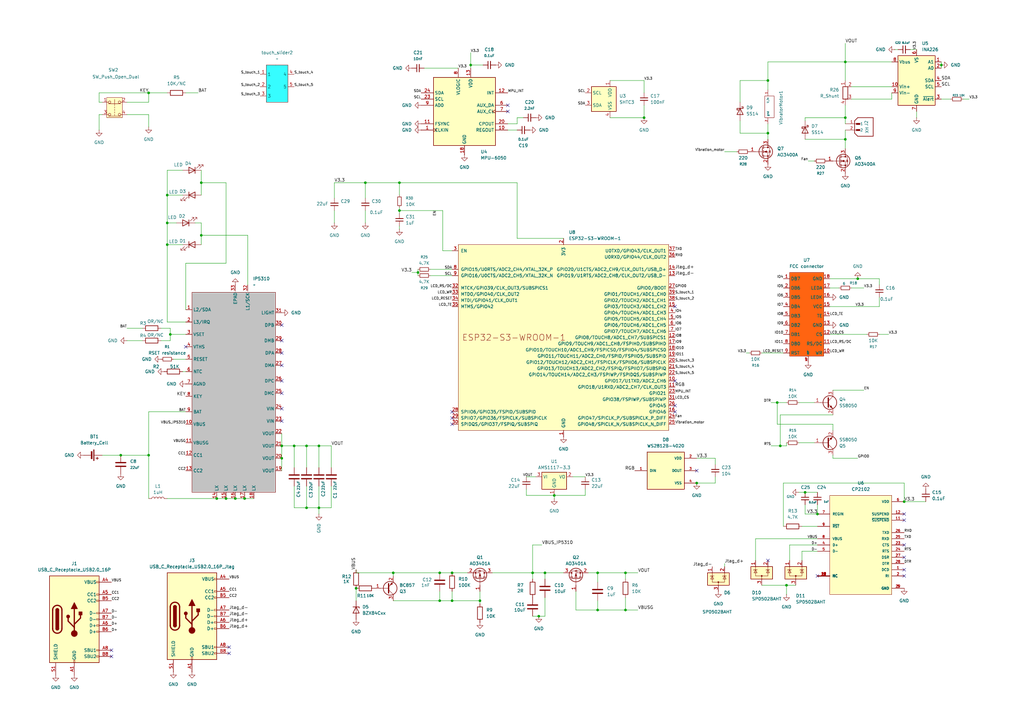
<source format=kicad_sch>
(kicad_sch (version 20250114) (generator "eeschema") (generator_version "9.0")
  (paper "A3")
  (junction (at 335.28 210.82))
  (junction (at 245.11 234.95))
  (junction (at 245.11 250.19))
  (junction (at 346.71 25.4))
  (junction (at 220.98 252.73))
  (junction (at 130.81 208.28))
  (junction (at 314.96 33.02))
  (junction (at 346.71 57.15))
  (junction (at 351.79 114.3))
  (junction (at 49.53 186.69))
  (junction (at 346.71 48.26))
  (junction (at 120.65 182.88))
  (junction (at 196.85 246.38))
  (junction (at 193.04 26.67))
  (junction (at 180.34 234.95))
  (junction (at 223.52 234.95))
  (junction (at 322.58 240.03))
  (junction (at 149.86 74.93))
  (junction (at 171.45 111.76))
  (junction (at 330.2 201.93))
  (junction (at 185.42 246.38))
  (junction (at 115.57 187.96))
  (junction (at 125.73 208.28))
  (junction (at 125.73 182.88))
  (junction (at 320.04 182.88))
  (junction (at 60.96 186.69))
  (junction (at 115.57 182.88))
  (junction (at 180.34 246.38))
  (junction (at 88.9 204.47))
  (junction (at 82.55 96.52))
  (junction (at 185.42 234.95))
  (junction (at 163.83 86.36))
  (junction (at 218.44 234.95))
  (junction (at 370.84 205.74))
  (junction (at 256.54 250.19))
  (junction (at 69.85 137.16))
  (junction (at 163.83 74.93))
  (junction (at 227.33 203.2))
  (junction (at 96.52 204.47))
  (junction (at 386.08 26.67))
  (junction (at 68.58 91.44))
  (junction (at 100.33 204.47))
  (junction (at 264.16 48.26))
  (junction (at 161.29 234.95))
  (junction (at 68.58 80.01))
  (junction (at 130.81 182.88))
  (junction (at 318.77 165.1))
  (junction (at 146.05 241.3))
  (junction (at 68.58 100.33))
  (junction (at 314.96 54.61))
  (junction (at 92.71 204.47))
  (junction (at 285.75 198.12))
  (junction (at 256.54 234.95))
  (junction (at 82.55 74.93))
  (junction (at 60.96 38.1))
  (no_connect (at 115.57 167.64))
  (no_connect (at 45.72 266.7))
  (no_connect (at 115.57 139.7))
  (no_connect (at 314.96 229.87))
  (no_connect (at 185.42 168.91))
  (no_connect (at 276.86 125.73))
  (no_connect (at 115.57 172.72))
  (no_connect (at 76.2 142.24))
  (no_connect (at 115.57 161.29))
  (no_connect (at 370.84 233.68))
  (no_connect (at 276.86 166.37))
  (no_connect (at 335.28 236.22))
  (no_connect (at 115.57 144.78))
  (no_connect (at 45.72 269.24))
  (no_connect (at 93.98 267.97))
  (no_connect (at 370.84 228.6))
  (no_connect (at 370.84 223.52))
  (no_connect (at 185.42 171.45))
  (no_connect (at 370.84 236.22))
  (no_connect (at 115.57 133.35))
  (no_connect (at 208.28 45.72))
  (no_connect (at 115.57 156.21))
  (no_connect (at 285.75 193.04))
  (no_connect (at 115.57 149.86))
  (no_connect (at 370.84 210.82))
  (no_connect (at 93.98 265.43))
  (no_connect (at 276.86 156.21))
  (no_connect (at 276.86 168.91))
  (no_connect (at 208.28 43.18))
  (no_connect (at 185.42 173.99))
  (no_connect (at 370.84 213.36))
  (wire (pts (xy 320.04 170.18) (xy 341.63 170.18)))
  (wire (pts (xy 163.83 85.09) (xy 163.83 86.36)))
  (wire (pts (xy 82.55 69.85) (xy 82.55 74.93)))
  (wire (pts (xy 349.25 40.64) (xy 365.76 40.64)))
  (wire (pts (xy 176.53 113.03) (xy 185.42 113.03)))
  (wire (pts (xy 323.85 223.52) (xy 335.28 223.52)))
  (wire (pts (xy 215.9 203.2) (xy 227.33 203.2)))
  (wire (pts (xy 115.57 182.88) (xy 115.57 187.96)))
  (wire (pts (xy 340.36 114.3) (xy 351.79 114.3)))
  (wire (pts (xy 309.88 220.98) (xy 335.28 220.98)))
  (wire (pts (xy 137.16 74.93) (xy 137.16 81.28)))
  (wire (pts (xy 240.03 203.2) (xy 227.33 203.2)))
  (wire (pts (xy 227.33 203.2) (xy 227.33 204.47)))
  (wire (pts (xy 222.25 223.52) (xy 218.44 223.52)))
  (wire (pts (xy 212.09 48.26) (xy 214.63 48.26)))
  (wire (pts (xy 76.2 127) (xy 76.2 107.95)))
  (wire (pts (xy 68.58 91.44) (xy 68.58 100.33)))
  (wire (pts (xy 208.28 50.8) (xy 212.09 50.8)))
  (wire (pts (xy 331.47 66.04) (xy 334.01 66.04)))
  (wire (pts (xy 386.08 40.64) (xy 389.89 40.64)))
  (wire (pts (xy 191.77 234.95) (xy 185.42 234.95)))
  (wire (pts (xy 322.58 240.03) (xy 322.58 243.84)))
  (wire (pts (xy 330.2 48.26) (xy 346.71 48.26)))
  (wire (pts (xy 201.93 234.95) (xy 218.44 234.95)))
  (wire (pts (xy 130.81 210.82) (xy 130.81 208.28)))
  (wire (pts (xy 149.86 86.36) (xy 149.86 91.44)))
  (wire (pts (xy 212.09 97.79) (xy 231.14 97.79)))
  (wire (pts (xy 92.71 107.95) (xy 92.71 74.93)))
  (wire (pts (xy 69.85 134.62) (xy 66.04 134.62)))
  (wire (pts (xy 223.52 234.95) (xy 231.14 234.95)))
  (wire (pts (xy 341.63 173.99) (xy 341.63 176.53)))
  (wire (pts (xy 135.89 191.77) (xy 135.89 182.88)))
  (wire (pts (xy 220.98 252.73) (xy 223.52 252.73)))
  (wire (pts (xy 161.29 246.38) (xy 180.34 246.38)))
  (wire (pts (xy 130.81 199.39) (xy 130.81 208.28)))
  (wire (pts (xy 328.93 226.06) (xy 335.28 226.06)))
  (wire (pts (xy 236.22 250.19) (xy 245.11 250.19)))
  (wire (pts (xy 40.64 46.99) (xy 41.91 46.99)))
  (wire (pts (xy 327.66 165.1) (xy 334.01 165.1)))
  (wire (pts (xy 285.75 187.96) (xy 293.37 187.96)))
  (wire (pts (xy 340.36 137.16) (xy 355.6 137.16)))
  (wire (pts (xy 40.64 41.91) (xy 41.91 41.91)))
  (wire (pts (xy 365.76 25.4) (xy 346.71 25.4)))
  (wire (pts (xy 323.85 223.52) (xy 323.85 229.87)))
  (wire (pts (xy 293.37 198.12) (xy 285.75 198.12)))
  (wire (pts (xy 386.08 25.4) (xy 386.08 26.67)))
  (wire (pts (xy 370.84 198.12) (xy 370.84 205.74)))
  (wire (pts (xy 76.2 107.95) (xy 92.71 107.95)))
  (wire (pts (xy 40.64 41.91) (xy 40.64 38.1)))
  (wire (pts (xy 320.04 182.88) (xy 322.58 182.88)))
  (wire (pts (xy 135.89 182.88) (xy 130.81 182.88)))
  (wire (pts (xy 74.93 152.4) (xy 76.2 152.4)))
  (wire (pts (xy 146.05 241.3) (xy 146.05 246.38)))
  (wire (pts (xy 60.96 204.47) (xy 60.96 186.69)))
  (wire (pts (xy 212.09 50.8) (xy 212.09 48.26)))
  (wire (pts (xy 163.83 86.36) (xy 163.83 87.63)))
  (wire (pts (xy 60.96 186.69) (xy 60.96 168.91)))
  (wire (pts (xy 181.61 86.36) (xy 181.61 102.87)))
  (wire (pts (xy 100.33 204.47) (xy 104.14 204.47)))
  (wire (pts (xy 130.81 182.88) (xy 125.73 182.88)))
  (wire (pts (xy 40.64 53.34) (xy 40.64 46.99)))
  (wire (pts (xy 303.53 33.02) (xy 314.96 33.02)))
  (wire (pts (xy 318.77 165.1) (xy 322.58 165.1)))
  (wire (pts (xy 82.55 96.52) (xy 101.6 96.52)))
  (wire (pts (xy 314.96 25.4) (xy 314.96 33.02)))
  (wire (pts (xy 256.54 234.95) (xy 256.54 237.49)))
  (wire (pts (xy 115.57 182.88) (xy 120.65 182.88)))
  (wire (pts (xy 68.58 69.85) (xy 74.93 69.85)))
  (wire (pts (xy 82.55 96.52) (xy 82.55 91.44)))
  (wire (pts (xy 180.34 242.57) (xy 180.34 246.38)))
  (wire (pts (xy 52.07 46.99) (xy 60.96 46.99)))
  (wire (pts (xy 351.79 114.3) (xy 360.68 114.3)))
  (wire (pts (xy 293.37 195.58) (xy 293.37 198.12)))
  (wire (pts (xy 68.58 100.33) (xy 68.58 132.08)))
  (wire (pts (xy 368.3 20.32) (xy 367.03 20.32)))
  (wire (pts (xy 234.95 195.58) (xy 240.03 195.58)))
  (wire (pts (xy 354.33 118.11) (xy 349.25 118.11)))
  (wire (pts (xy 314.96 50.8) (xy 314.96 54.61)))
  (wire (pts (xy 60.96 186.69) (xy 49.53 186.69)))
  (wire (pts (xy 223.52 234.95) (xy 223.52 237.49)))
  (wire (pts (xy 181.61 86.36) (xy 163.83 86.36)))
  (wire (pts (xy 215.9 195.58) (xy 219.71 195.58)))
  (wire (pts (xy 215.9 200.66) (xy 215.9 203.2)))
  (wire (pts (xy 88.9 204.47) (xy 92.71 204.47)))
  (wire (pts (xy 115.57 187.96) (xy 115.57 193.04)))
  (wire (pts (xy 327.66 181.61) (xy 334.01 181.61)))
  (wire (pts (xy 218.44 234.95) (xy 218.44 237.49)))
  (wire (pts (xy 193.04 26.67) (xy 193.04 27.94)))
  (wire (pts (xy 330.2 48.26) (xy 330.2 49.53)))
  (wire (pts (xy 168.91 111.76) (xy 171.45 111.76)))
  (wire (pts (xy 68.58 69.85) (xy 68.58 80.01)))
  (wire (pts (xy 303.53 49.53) (xy 303.53 54.61)))
  (wire (pts (xy 171.45 111.76) (xy 171.45 113.03)))
  (wire (pts (xy 245.11 234.95) (xy 256.54 234.95)))
  (wire (pts (xy 346.71 25.4) (xy 346.71 33.02)))
  (wire (pts (xy 250.19 48.26) (xy 264.16 48.26)))
  (wire (pts (xy 327.66 201.93) (xy 330.2 201.93)))
  (wire (pts (xy 92.71 204.47) (xy 96.52 204.47)))
  (wire (pts (xy 245.11 234.95) (xy 245.11 238.76)))
  (wire (pts (xy 330.2 201.93) (xy 335.28 201.93)))
  (wire (pts (xy 180.34 246.38) (xy 185.42 246.38)))
  (wire (pts (xy 297.18 62.23) (xy 302.26 62.23)))
  (wire (pts (xy 218.44 223.52) (xy 218.44 234.95)))
  (wire (pts (xy 370.84 205.74) (xy 379.73 205.74)))
  (wire (pts (xy 130.81 191.77) (xy 130.81 182.88)))
  (wire (pts (xy 185.42 246.38) (xy 196.85 246.38)))
  (wire (pts (xy 330.2 210.82) (xy 335.28 210.82)))
  (wire (pts (xy 171.45 110.49) (xy 171.45 111.76)))
  (wire (pts (xy 316.23 182.88) (xy 320.04 182.88)))
  (wire (pts (xy 245.11 250.19) (xy 245.11 246.38)))
  (wire (pts (xy 303.53 33.02) (xy 303.53 41.91)))
  (wire (pts (xy 360.68 114.3) (xy 360.68 116.84)))
  (wire (pts (xy 66.04 139.7) (xy 69.85 139.7)))
  (wire (pts (xy 364.49 137.16) (xy 360.68 137.16)))
  (wire (pts (xy 72.39 91.44) (xy 68.58 91.44)))
  (wire (pts (xy 341.63 173.99) (xy 318.77 173.99)))
  (wire (pts (xy 365.76 40.64) (xy 365.76 38.1)))
  (wire (pts (xy 312.42 240.03) (xy 322.58 240.03)))
  (wire (pts (xy 149.86 74.93) (xy 163.83 74.93)))
  (wire (pts (xy 240.03 200.66) (xy 240.03 203.2)))
  (wire (pts (xy 92.71 74.93) (xy 82.55 74.93)))
  (wire (pts (xy 58.42 139.7) (xy 52.07 139.7)))
  (wire (pts (xy 322.58 240.03) (xy 326.39 240.03)))
  (wire (pts (xy 52.07 134.62) (xy 58.42 134.62)))
  (wire (pts (xy 101.6 96.52) (xy 101.6 116.84)))
  (wire (pts (xy 346.71 57.15) (xy 346.71 60.96)))
  (wire (pts (xy 264.16 48.26) (xy 264.16 43.18)))
  (wire (pts (xy 76.2 132.08) (xy 68.58 132.08)))
  (wire (pts (xy 74.93 100.33) (xy 68.58 100.33)))
  (wire (pts (xy 322.58 182.88) (xy 322.58 181.61)))
  (wire (pts (xy 346.71 17.78) (xy 346.71 25.4)))
  (wire (pts (xy 68.58 80.01) (xy 68.58 91.44)))
  (wire (pts (xy 346.71 50.8) (xy 346.71 48.26)))
  (wire (pts (xy 161.29 234.95) (xy 146.05 234.95)))
  (wire (pts (xy 60.96 41.91) (xy 60.96 38.1)))
  (wire (pts (xy 330.2 57.15) (xy 346.71 57.15)))
  (wire (pts (xy 250.19 33.02) (xy 264.16 33.02)))
  (wire (pts (xy 375.92 48.26) (xy 375.92 45.72)))
  (wire (pts (xy 360.68 121.92) (xy 360.68 125.73)))
  (wire (pts (xy 135.89 208.28) (xy 130.81 208.28)))
  (wire (pts (xy 185.42 246.38) (xy 185.42 242.57)))
  (wire (pts (xy 349.25 35.56) (xy 365.76 35.56)))
  (wire (pts (xy 137.16 74.93) (xy 149.86 74.93)))
  (wire (pts (xy 137.16 86.36) (xy 137.16 91.44)))
  (wire (pts (xy 161.29 234.95) (xy 161.29 236.22)))
  (wire (pts (xy 330.2 207.01) (xy 330.2 210.82)))
  (wire (pts (xy 185.42 102.87) (xy 181.61 102.87)))
  (wire (pts (xy 60.96 46.99) (xy 60.96 52.07)))
  (wire (pts (xy 96.52 204.47) (xy 100.33 204.47)))
  (wire (pts (xy 256.54 250.19) (xy 245.11 250.19)))
  (wire (pts (xy 69.85 137.16) (xy 69.85 134.62)))
  (wire (pts (xy 321.31 198.12) (xy 370.84 198.12)))
  (wire (pts (xy 264.16 38.1) (xy 264.16 33.02)))
  (wire (pts (xy 52.07 41.91) (xy 60.96 41.91)))
  (wire (pts (xy 303.53 54.61) (xy 314.96 54.61)))
  (wire (pts (xy 149.86 74.93) (xy 149.86 81.28)))
  (wire (pts (xy 328.93 215.9) (xy 335.28 215.9)))
  (wire (pts (xy 40.64 38.1) (xy 60.96 38.1)))
  (wire (pts (xy 328.93 229.87) (xy 328.93 226.06)))
  (wire (pts (xy 176.53 110.49) (xy 185.42 110.49)))
  (wire (pts (xy 316.23 165.1) (xy 318.77 165.1)))
  (wire (pts (xy 74.93 80.01) (xy 68.58 80.01)))
  (wire (pts (xy 120.65 199.39) (xy 120.65 208.28)))
  (wire (pts (xy 320.04 170.18) (xy 320.04 182.88)))
  (wire (pts (xy 208.28 53.34) (xy 212.09 53.34)))
  (wire (pts (xy 60.96 38.1) (xy 68.58 38.1)))
  (wire (pts (xy 360.68 125.73) (xy 340.36 125.73)))
  (wire (pts (xy 71.12 147.32) (xy 76.2 147.32)))
  (wire (pts (xy 125.73 208.28) (xy 130.81 208.28)))
  (wire (pts (xy 256.54 245.11) (xy 256.54 250.19)))
  (wire (pts (xy 293.37 187.96) (xy 293.37 190.5)))
  (wire (pts (xy 318.77 173.99) (xy 318.77 165.1)))
  (wire (pts (xy 236.22 242.57) (xy 236.22 250.19)))
  (wire (pts (xy 309.88 229.87) (xy 309.88 220.98)))
  (wire (pts (xy 193.04 26.67) (xy 198.12 26.67)))
  (wire (pts (xy 196.85 246.38) (xy 196.85 242.57)))
  (wire (pts (xy 193.04 21.59) (xy 193.04 26.67)))
  (wire (pts (xy 397.51 40.64) (xy 394.97 40.64)))
  (wire (pts (xy 344.17 118.11) (xy 340.36 118.11)))
  (wire (pts (xy 49.53 186.69) (xy 41.91 186.69)))
  (wire (pts (xy 76.2 137.16) (xy 69.85 137.16)))
  (wire (pts (xy 314.96 54.61) (xy 314.96 57.15)))
  (wire (pts (xy 218.44 234.95) (xy 223.52 234.95)))
  (wire (pts (xy 82.55 100.33) (xy 82.55 96.52)))
  (wire (pts (xy 185.42 234.95) (xy 180.34 234.95)))
  (wire (pts (xy 163.83 74.93) (xy 163.83 80.01)))
  (wire (pts (xy 223.52 245.11) (xy 223.52 252.73)))
  (wire (pts (xy 125.73 208.28) (xy 120.65 208.28)))
  (wire (pts (xy 346.71 57.15) (xy 346.71 53.34)))
  (wire (pts (xy 125.73 191.77) (xy 125.73 182.88)))
  (wire (pts (xy 256.54 234.95) (xy 261.62 234.95)))
  (wire (pts (xy 312.42 144.78) (xy 321.31 144.78)))
  (wire (pts (xy 135.89 199.39) (xy 135.89 208.28)))
  (wire (pts (xy 146.05 234.95) (xy 146.05 233.68)))
  (wire (pts (xy 120.65 182.88) (xy 120.65 191.77)))
  (wire (pts (xy 180.34 234.95) (xy 161.29 234.95)))
  (wire (pts (xy 261.62 250.19) (xy 256.54 250.19)))
  (wire (pts (xy 351.79 187.96) (xy 341.63 187.96)))
  (wire (pts (xy 125.73 182.88) (xy 120.65 182.88)))
  (wire (pts (xy 196.85 247.65) (xy 196.85 246.38)))
  (wire (pts (xy 297.18 231.14) (xy 297.18 232.41)))
  (wire (pts (xy 125.73 199.39) (xy 125.73 208.28)))
  (wire (pts (xy 314.96 25.4) (xy 346.71 25.4)))
  (wire (pts (xy 314.96 33.02) (xy 314.96 36.83)))
  (wire (pts (xy 335.28 207.01) (xy 335.28 210.82)))
  (wire (pts (xy 341.63 160.02) (xy 354.33 160.02)))
  (wire (pts (xy 212.09 74.93) (xy 212.09 97.79)))
  (wire (pts (xy 321.31 215.9) (xy 321.31 198.12)))
  (wire (pts (xy 82.55 91.44) (xy 80.01 91.44)))
  (wire (pts (xy 373.38 20.32) (xy 375.92 20.32)))
  (wire (pts (xy 82.55 74.93) (xy 82.55 80.01)))
  (wire (pts (xy 341.63 187.96) (xy 341.63 186.69)))
  (wire (pts (xy 69.85 137.16) (xy 69.85 139.7)))
  (wire (pts (xy 173.99 27.94) (xy 187.96 27.94)))
  (wire (pts (xy 386.08 26.67) (xy 386.08 27.94)))
  (wire (pts (xy 81.28 38.1) (xy 76.2 38.1)))
  (wire (pts (xy 218.44 252.73) (xy 220.98 252.73)))
  (wire (pts (xy 60.96 168.91) (xy 76.2 168.91)))
  (wire (pts (xy 241.3 234.95) (xy 245.11 234.95)))
  (wire (pts (xy 306.07 144.78) (xy 307.34 144.78)))
  (wire (pts (xy 163.83 92.71) (xy 163.83 93.98)))
  (wire (pts (xy 115.57 177.8) (xy 115.57 182.88)))
  (wire (pts (xy 163.83 74.93) (xy 212.09 74.93)))
  (wire (pts (xy 346.71 43.18) (xy 346.71 48.26)))
  (wire (pts (xy 68.58 204.47) (xy 88.9 204.47)))
  (label "SCL" (at 240.03 38.1 180) (effects (font (size 1.016 1.016))))
  (label "Jtag_d+" (at 297.18 231.14 0))
  (label "V3.3" (at 240.03 195.58 0) (effects (font (size 1.016 1.016))))
  (label "LCD_WR" (at 340.36 144.78 0) (effects (font (size 1.016 1.016))))
  (label "Jtag_d+" (at 93.98 257.81 0))
  (label "V3.3" (at 187.96 27.94 0) (effects (font (size 1.016 1.016))))
  (label "V3.3" (at 375.92 20.32 90) (effects (font (size 1.016 1.016))))
  (label "VBUS" (at 45.72 238.76 0) (effects (font (size 1.016 1.016))))
  (label "VOUT" (at 346.71 17.78 0))
  (label "EN" (at 179.07 86.36 270) (effects (font (size 1.016 1.016))))
  (label "IO6" (at 276.86 133.35 0) (effects (font (size 1.016 1.016))))
  (label "D-" (at 45.72 254 0) (effects (font (size 1.016 1.016))))
  (label "KEY" (at 76.2 162.56 180))
  (label "Fan" (at 331.47 66.04 180) (effects (font (size 1.016 1.016))))
  (label "S_touch_3" (at 106.68 39.37 180) (effects (font (size 1.016 1.016))))
  (label "IO8" (at 276.86 138.43 0) (effects (font (size 1.016 1.016))))
  (label "V3.3" (at 364.49 137.16 0) (effects (font (size 1.016 1.016))))
  (label "D-" (at 335.28 226.06 180) (effects (font (size 1.016 1.016))))
  (label "CC1" (at 93.98 242.57 0) (effects (font (size 1.016 1.016))))
  (label "V3.3" (at 354.33 118.11 0) (effects (font (size 1.016 1.016))))
  (label "LCD_RS{slash}DC" (at 340.36 140.97 0) (effects (font (size 1.016 1.016))))
  (label "IO9" (at 276.86 140.97 0) (effects (font (size 1.016 1.016))))
  (label "GPIO0" (at 351.79 187.96 0) (effects (font (size 1.016 1.016))))
  (label "D+" (at 335.28 223.52 180) (effects (font (size 1.016 1.016))))
  (label "RGB" (at 260.35 193.04 180))
  (label "Jtag_d+" (at 93.98 255.27 0))
  (label "CC2" (at 76.2 193.04 180) (effects (font (size 1.016 1.016))))
  (label "D+" (at 45.72 259.08 0) (effects (font (size 1.016 1.016))))
  (label "IO10" (at 321.31 137.16 180) (effects (font (size 1.016 1.016))))
  (label "VBUS" (at 146.05 233.68 90))
  (label "MPU_INT" (at 276.86 161.29 0) (effects (font (size 1.016 1.016))))
  (label "SCL" (at 185.42 113.03 180) (effects (font (size 1.016 1.016))))
  (label "S_touch_2" (at 106.68 35.56 180) (effects (font (size 1.016 1.016))))
  (label "BAT" (at 76.2 168.91 180) (effects (font (size 1.016 1.016))))
  (label "LCD_TE" (at 185.42 125.73 180) (effects (font (size 1.016 1.016))))
  (label "SDA" (at 386.08 33.02 0))
  (label "V3.3" (at 370.84 205.74 0))
  (label "IO7" (at 321.31 125.73 180) (effects (font (size 1.016 1.016))))
  (label "S_touch_3" (at 276.86 148.59 0) (effects (font (size 1.016 1.016))))
  (label "VOUT" (at 218.44 195.58 180) (effects (font (size 1.016 1.016))))
  (label "Fan" (at 276.86 171.45 0) (effects (font (size 1.016 1.016))))
  (label "VBUS" (at 93.98 237.49 0) (effects (font (size 1.016 1.016))))
  (label "S_touch_5" (at 120.65 35.56 0) (effects (font (size 1.016 1.016))))
  (label "Vibration_motor" (at 297.18 62.23 180) (effects (font (size 1.016 1.016))))
  (label "GPIO0" (at 276.86 118.11 0) (effects (font (size 1.016 1.016))))
  (label "LCD_CS" (at 276.86 163.83 0) (effects (font (size 1.016 1.016))))
  (label "V3.3" (at 335.28 210.82 180))
  (label "IO10" (at 276.86 143.51 0) (effects (font (size 1.016 1.016))))
  (label "EN" (at 354.33 160.02 0) (effects (font (size 1.016 1.016))))
  (label "CC1" (at 45.72 243.84 0) (effects (font (size 1.016 1.016))))
  (label "D+" (at 45.72 256.54 0) (effects (font (size 1.016 1.016))))
  (label "LCD_CS" (at 340.36 137.16 0) (effects (font (size 1.016 1.016))))
  (label "SDA" (at 240.03 43.18 180) (effects (font (size 1.016 1.016))))
  (label "IO5" (at 276.86 130.81 0) (effects (font (size 1.016 1.016))))
  (label "VOUT" (at 135.89 182.88 0))
  (label "Jtag_d-" (at 93.98 250.19 0))
  (label "IO8" (at 321.31 129.54 180) (effects (font (size 1.016 1.016))))
  (label "IO4" (at 321.31 114.3 180) (effects (font (size 1.016 1.016))))
  (label "CC2" (at 45.72 246.38 0) (effects (font (size 1.016 1.016))))
  (label "CC1" (at 76.2 186.69 180) (effects (font (size 1.016 1.016))))
  (label "IO4" (at 276.86 128.27 0) (effects (font (size 1.016 1.016))))
  (label "IO5" (at 321.31 118.11 180) (effects (font (size 1.016 1.016))))
  (label "LCD_WR" (at 185.42 120.65 180) (effects (font (size 1.016 1.016))))
  (label "S_touch_4" (at 120.65 30.48 0) (effects (font (size 1.016 1.016))))
  (label "S_touch_1" (at 106.68 30.48 180) (effects (font (size 1.016 1.016))))
  (label "RGB" (at 276.86 158.75 0))
  (label "BAT" (at 52.07 134.62 180) (effects (font (size 1.016 1.016))))
  (label "VBUSG" (at 76.2 181.61 180) (effects (font (size 1.016 1.016))))
  (label "CC2" (at 93.98 245.11 0) (effects (font (size 1.016 1.016))))
  (label "Jtag_d-" (at 276.86 113.03 0))
  (label "V3.3" (at 285.75 187.96 0))
  (label "SDA" (at 172.72 38.1 180) (effects (font (size 1.016 1.016))))
  (label "LCD_TE" (at 340.36 129.54 0) (effects (font (size 1.016 1.016))))
  (label "IO9" (at 321.31 133.35 180) (effects (font (size 1.016 1.016))))
  (label "SCL" (at 172.72 40.64 180) (effects (font (size 1.016 1.016))))
  (label "IO11" (at 321.31 140.97 180) (effects (font (size 1.016 1.016))))
  (label "MPU_INT" (at 208.28 38.1 0) (effects (font (size 1.016 1.016))))
  (label "DTR" (at 316.23 165.1 180) (effects (font (size 1.016 1.016))))
  (label "D-" (at 45.72 251.46 0) (effects (font (size 1.016 1.016))))
  (label "VBUS_IP5310" (at 222.25 223.52 0))
  (label "Jtag_d-" (at 292.1 232.41 180))
  (label "V3.3" (at 306.07 144.78 180) (effects (font (size 1.016 1.016))))
  (label "Jtag_d-" (at 93.98 252.73 0))
  (label "DTR" (at 370.84 231.14 0) (effects (font (size 1.016 1.016))))
  (label "TX0" (at 276.86 102.87 0) (effects (font (size 1.016 1.016))))
  (label "IO7" (at 276.86 135.89 0) (effects (font (size 1.016 1.016))))
  (label "VBUSG" (at 261.62 250.19 0))
  (label "RTS" (at 316.23 182.88 180) (effects (font (size 1.016 1.016))))
  (label "KEY" (at 60.96 38.1 180))
  (label "S_touch_5" (at 276.86 153.67 0) (effects (font (size 1.016 1.016))))
  (label "V3.3" (at 264.16 33.02 0) (effects (font (size 1.016 1.016))))
  (label "TX0" (at 370.84 220.98 0) (effects (font (size 1.016 1.016))))
  (label "RX0" (at 370.84 218.44 0) (effects (font (size 1.016 1.016))))
  (label "S_touch_4" (at 276.86 151.13 0) (effects (font (size 1.016 1.016))))
  (label "V3.3" (at 193.04 21.59 0) (effects (font (size 1.016 1.016))))
  (label "Vibration_motor" (at 276.86 173.99 0) (effects (font (size 1.016 1.016))))
  (label "Jtag_d+" (at 276.86 110.49 0))
  (label "BAT" (at 81.28 38.1 0))
  (label "IO6" (at 321.31 121.92 180) (effects (font (size 1.016 1.016))))
  (label "LCD_RESET" (at 185.42 123.19 180) (effects (font (size 1.016 1.016))))
  (label "SCL" (at 386.08 35.56 0))
  (label "V3.3" (at 137.16 74.93 0))
  (label "S_touch_1" (at 276.86 120.65 0) (effects (font (size 1.016 1.016))))
  (label "V3.3" (at 397.51 40.64 0) (effects (font (size 1.016 1.016))))
  (label "RTS" (at 370.84 226.06 0) (effects (font (size 1.016 1.016))))
  (label "V3.3" (at 354.33 125.73 180) (effects (font (size 1.016 1.016))))
  (label "S_touch_2" (at 276.86 123.19 0) (effects (font (size 1.016 1.016))))
  (label "VBUS" (at 335.28 220.98 180) (effects (font (size 1.016 1.016))))
  (label "V3.3" (at 168.91 111.76 180))
  (label "RX0" (at 276.86 105.41 0) (effects (font (size 1.016 1.016))))
  (label "VOUT" (at 261.62 234.95 0))
  (label "LCD_RS{slash}DC" (at 185.42 118.11 180) (effects (font (size 1.016 1.016))))
  (label "SDA" (at 185.42 110.49 180) (effects (font (size 1.016 1.016))))
  (label "LCD_RESET" (at 321.31 144.78 180) (effects (font (size 1.016 1.016))))
  (label "VBUS_IP5310" (at 76.2 173.99 180) (effects (font (size 1.016 1.016))))
  (label "IO11" (at 276.86 146.05 0) (effects (font (size 1.016 1.016))))
  (symbol (lib_id "Device:LED") (at 76.2 91.44 180) (unit 1)
    (property "Reference" "D2" (at 74.676 88.646 0))
    (property "Value" "LED" (at 70.612 89.154 0))
    (property "Footprint" "LED_SMD:LED_0603_1608Metric" (effects (hide yes)))
    (property "Description" "Light emitting diode" (effects (hide yes)))
    (property "Sim.Pins" "1=K 2=A" (effects (hide yes)))
  )
  (symbol (lib_id "power:GND") (at 340.36 121.92 90) (unit 1)
    (property "Reference" "#PWR027" (effects (hide yes)))
    (property "Value" "GND" (at 344.17 121.9199 90) (effects (justify right)))
    (property "Description" "Power symbol creates a global label with name \"GND\" , ground" (effects (hide yes)))
  )
  (symbol (lib_id "power:GND") (at 172.72 53.34 270) (unit 1)
    (property "Reference" "#PWR036" (effects (hide yes)))
    (property "Value" "GND" (at 168.91 53.3399 90) (effects (justify right)))
    (property "Description" "Power symbol creates a global label with name \"GND\" , ground" (effects (hide yes)))
  )
  (symbol (lib_id "Device:C_Small") (at 137.16 83.82 180) (unit 1)
    (property "Reference" "C29" (at 139.7 82.5435 0) (effects (justify right)))
    (property "Value" "22uF" (at 129.794 83.566 0) (effects (justify right)))
    (property "Footprint" "Capacitor_Tantalum_SMD:CP_EIA-3528-21_Kemet-B" (effects (hide yes)))
    (property "Description" "Unpolarized capacitor, small symbol" (effects (hide yes)))
  )
  (symbol (lib_id "Device:C_Small") (at 264.16 40.64 0) (unit 1)
    (property "Reference" "C17" (at 266.7 39.3762 0) (effects (justify left)))
    (property "Value" "100nF" (at 266.7 41.9162 0) (effects (justify left)))
    (property "Footprint" "Capacitor_SMD:C_0805_2012Metric" (effects (hide yes)))
    (property "Description" "Unpolarized capacitor, small symbol" (effects (hide yes)))
  )
  (symbol (lib_id "power:GND") (at 66.04 147.32 270) (unit 1)
    (property "Reference" "#PWR013" (effects (hide yes)))
    (property "Value" "GND" (at 62.23 147.3199 90) (effects (justify right)))
    (property "Description" "Power symbol creates a global label with name \"GND\" , ground" (effects (hide yes)))
  )
  (symbol (lib_id "power:GND") (at 370.84 241.3 0) (unit 1)
    (property "Reference" "#PWR08" (effects (hide yes)))
    (property "Value" "GND" (at 370.84 246.38 0))
    (property "Description" "Power symbol creates a global label with name \"GND\" , ground" (effects (hide yes)))
  )
  (symbol (lib_id "Power_Protection:SP0502BAHT") (at 294.64 237.49 0) (unit 1)
    (property "Reference" "D6" (at 296.926 243.078 0) (effects (justify left)))
    (property "Value" "SP0502BAHT" (at 288.036 250.952 0) (effects (justify left)))
    (property "Footprint" "Package_TO_SOT_SMD:SOT-23" (effects (hide yes)))
    (property "Datasheet" "http://www.littelfuse.com/~/media/files/littelfuse/technical%20resources/documents/data%20sheets/sp05xxba.pdf" (effects (hide yes)))
    (property "Description" "TVS Diode Array, 5.5V Standoff, 2 Channels, SOT-23 package" (effects (hide yes)))
  )
  (symbol (lib_id "Transistor_BJT:SS8050") (at 339.09 181.61 0) (mirror x) (unit 1)
    (property "Reference" "Q5" (at 344.17 182.8801 0) (effects (justify left)))
    (property "Value" "SS8050" (at 344.17 180.3401 0) (effects (justify left)))
    (property "Footprint" "Package_TO_SOT_SMD:SOT-23" (effects (hide yes)))
    (property "Datasheet" "http://www.secosgmbh.com/datasheet/products/SSMPTransistor/SOT-23/SS8050.pdf" (effects (hide yes)))
    (property "Description" "General Purpose NPN Transistor, 1.5A Ic, 25V Vce, SOT-23" (effects (hide yes)))
  )
  (symbol (lib_id "Transistor_FET:AO3400A") (at 312.42 62.23 0) (unit 1)
    (property "Reference" "Q7" (at 318.77 60.9599 0) (effects (justify left)))
    (property "Value" "AO3400A" (at 318.77 63.4999 0) (effects (justify left)))
    (property "Footprint" "Package_TO_SOT_SMD:SOT-23" (effects (hide yes)))
    (property "Datasheet" "http://www.aosmd.com/pdfs/datasheet/AO3400A.pdf" (effects (hide yes)))
    (property "Description" "30V Vds, 5.7A Id, N-Channel MOSFET, SOT-23" (effects (hide yes)))
  )
  (symbol (lib_id "Connector:USB_C_Receptacle_USB2.0_16P") (at 78.74 252.73 0) (unit 1)
    (property "Reference" "J3" (at 78.74 229.87 0))
    (property "Value" "USB_C_Receptacle_USB2.0_16P_Jtag" (at 78.74 232.41 0))
    (property "Footprint" "Connector_USB:USB_C_Receptacle_GCT_USB4105-xx-A_16P_TopMnt_Horizontal" (effects (hide yes)))
    (property "Datasheet" "https://www.usb.org/sites/default/files/documents/usb_type-c.zip" (effects (hide yes)))
    (property "Description" "USB 2.0-only 16P Type-C Receptacle connector" (effects (hide yes)))
  )
  (symbol (lib_id "power:GND") (at 149.86 91.44 0) (unit 1)
    (property "Reference" "#PWR050" (effects (hide yes)))
    (property "Value" "GND" (at 149.86 96.52 0))
    (property "Description" "Power symbol creates a global label with name \"GND\" , ground" (effects (hide yes)))
  )
  (symbol (lib_id "Device:C_Small") (at 171.45 27.94 90) (unit 1)
    (property "Reference" "C21" (at 171.45 21.59 90))
    (property "Value" "10nF" (at 171.4563 24.13 90) (effects (font (size 1.016 1.016))))
    (property "Footprint" "Capacitor_SMD:C_0805_2012Metric" (effects (hide yes)))
    (property "Description" "Unpolarized capacitor, small symbol" (effects (hide yes)))
  )
  (symbol (lib_id "power:GND") (at 314.96 67.31 0) (unit 1)
    (property "Reference" "#PWR041" (effects (hide yes)))
    (property "Value" "GND" (at 314.96 72.39 0))
    (property "Description" "Power symbol creates a global label with name \"GND\" , ground" (effects (hide yes)))
  )
  (symbol (lib_id "fpc18:fpc18") (at 325.12 111.76 0) (unit 1)
    (property "Reference" "U7" (at 330.835 106.68 0))
    (property "Value" "FCC connector" (at 330.835 109.22 0))
    (property "Footprint" "FPC_18P_0.7mm_Solder-Down:Untitled" (effects (hide yes)))
  )
  (symbol (lib_id "Device:R_Small") (at 163.83 82.55 0) (unit 1)
    (property "Reference" "R30" (at 166.37 81.2799 0) (effects (font (size 1.016 1.016)) (justify left)))
    (property "Value" "10K" (at 166.37 83.8199 0) (effects (justify left)))
    (property "Footprint" "Resistor_SMD:R_0805_2012Metric" (effects (hide yes)))
    (property "Description" "Resistor, small symbol" (effects (hide yes)))
  )
  (symbol (lib_name "CP2102_1") (lib_id "CP2102:CP2102") (at 353.06 223.52 0) (unit 1)
    (property "Reference" "U6" (at 353.06 198.12 0))
    (property "Value" "CP2102" (at 353.06 200.66 0))
    (property "Footprint" "CP2102:QFN50P500X500X100-29N" (effects (hide yes)))
    (property "MF" "Silicon Labs" (effects (hide yes)))
    (property "DESCRIPTION" "USB to UART Bridge" (effects (hide yes)))
    (property "PACKAGE" "WFQFN-20 Silicon Labs" (effects (hide yes)))
    (property "PRICE" "None" (effects (hide yes)))
    (property "Package" "QFN-28 Silicon Labs" (effects (hide yes)))
    (property "Check_prices" "https://www.snapeda.com/parts/CP2102/Silicon+Labs/view-part/?ref=eda" (effects (hide yes)))
    (property "Price" "None" (effects (hide yes)))
    (property "SnapEDA_Link" "https://www.snapeda.com/parts/CP2102/Silicon+Labs/view-part/?ref=snap" (effects (hide yes)))
    (property "MP" "CP2102" (effects (hide yes)))
    (property "Availability" "In Stock" (effects (hide yes)))
    (property "AVAILABILITY" "Unavailable" (effects (hide yes)))
    (property "Description_1" "CP2102N USB 2.0 to UART (RS232) Bridge Interface Evaluation Board" (effects (hide yes)))
  )
  (symbol (lib_id "power:GND") (at 367.03 20.32 270) (unit 1)
    (property "Reference" "#PWR039" (effects (hide yes)))
    (property "Value" "GND" (at 363.22 20.3199 90) (effects (justify right)))
    (property "Description" "Power symbol creates a global label with name \"GND\" , ground" (effects (hide yes)))
  )
  (symbol (lib_id "Device:LED") (at 78.74 100.33 0) (unit 1)
    (property "Reference" "D1" (at 74.93 98.806 0))
    (property "Value" "LED" (at 71.12 99.06 0))
    (property "Footprint" "LED_SMD:LED_0603_1608Metric" (effects (hide yes)))
    (property "Description" "Light emitting diode" (effects (hide yes)))
    (property "Sim.Pins" "1=K 2=A" (effects (hide yes)))
  )
  (symbol (lib_id "Connector:USB_C_Receptacle_USB2.0_16P") (at 30.48 254 0) (unit 1)
    (property "Reference" "J1" (at 30.48 231.14 0))
    (property "Value" "USB_C_Receptacle_USB2.0_16P" (at 30.48 233.68 0))
    (property "Footprint" "Connector_USB:USB_C_Receptacle_GCT_USB4105-xx-A_16P_TopMnt_Horizontal" (effects (hide yes)))
    (property "Datasheet" "https://www.usb.org/sites/default/files/documents/usb_type-c.zip" (effects (hide yes)))
    (property "Description" "USB 2.0-only 16P Type-C Receptacle connector" (effects (hide yes)))
  )
  (symbol (lib_id "Device:R") (at 196.85 251.46 0) (unit 1)
    (property "Reference" "R9" (at 199.39 250.1899 0) (effects (justify left)))
    (property "Value" "10K" (at 199.39 252.7299 0) (effects (justify left)))
    (property "Footprint" "Resistor_SMD:R_0805_2012Metric" (effects (hide yes)))
    (property "Description" "Resistor" (effects (hide yes)))
  )
  (symbol (lib_id "Device:L") (at 64.77 204.47 90) (unit 1)
    (property "Reference" "L1" (at 64.77 199.39 90))
    (property "Value" "1uH" (at 64.77 201.93 90))
    (property "Footprint" "Inductor_SMD:L_7.3x7.3_H4.5" (effects (hide yes)))
    (property "Description" "Inductor" (effects (hide yes)))
  )
  (symbol (lib_id "Device:R_Small") (at 325.12 181.61 90) (unit 1)
    (property "Reference" "R15" (at 325.12 176.53 90) (effects (font (size 1.016 1.016))))
    (property "Value" "10K" (at 325.12 179.07 90))
    (property "Footprint" "Resistor_SMD:R_0805_2012Metric" (effects (hide yes)))
    (property "Description" "Resistor, small symbol" (effects (hide yes)))
  )
  (symbol (lib_id "Device:R") (at 149.86 241.3 90) (unit 1)
    (property "Reference" "R11" (at 148.336 244.348 90))
    (property "Value" "10K" (at 151.892 244.348 90) (effects (font (size 1.016 1.016))))
    (property "Footprint" "Resistor_SMD:R_0805_2012Metric" (effects (hide yes)))
    (property "Description" "Resistor" (effects (hide yes)))
  )
  (symbol (lib_id "Device:R_Small") (at 392.43 40.64 90) (mirror x) (unit 1)
    (property "Reference" "R23" (at 390.652 39.116 90) (effects (font (size 0.762 0.762)) (justify right)))
    (property "Value" "10K" (at 393.446 39.116 90) (effects (font (size 0.762 0.762)) (justify right)))
    (property "Footprint" "Resistor_SMD:R_0805_2012Metric" (effects (hide yes)))
    (property "Description" "Resistor, small symbol" (effects (hide yes)))
  )
  (symbol (lib_id "power:GND") (at 322.58 243.84 0) (unit 1)
    (property "Reference" "#PWR024" (effects (hide yes)))
    (property "Value" "GND" (at 322.58 248.92 0))
    (property "Description" "Power symbol creates a global label with name \"GND\" , ground" (effects (hide yes)))
  )
  (symbol (lib_id "Device:C") (at 135.89 195.58 0) (unit 1)
    (property "Reference" "C1" (at 137.414 203.2 90))
    (property "Value" "22uF" (at 137.414 199.136 90) (effects (font (size 1.016 1.016))))
    (property "Footprint" "Capacitor_SMD:C_0805_2012Metric" (effects (hide yes)))
    (property "Description" "Unpolarized capacitor" (effects (hide yes)))
  )
  (symbol (lib_id "Regulator_Linear:AMS1117-3.3") (at 227.33 195.58 0) (unit 1)
    (property "Reference" "U1" (at 227.33 189.23 0))
    (property "Value" "AMS1117-3.3" (at 227.33 191.77 0))
    (property "Footprint" "Package_TO_SOT_SMD:SOT-223-3_TabPin2" (effects (hide yes)))
    (property "Datasheet" "http://www.advanced-monolithic.com/pdf/ds1117.pdf" (effects (hide yes)))
    (property "Description" "1A Low Dropout regulator, positive, 3.3V fixed output, SOT-223" (effects (hide yes)))
  )
  (symbol (lib_id "power:GND") (at 130.81 210.82 0) (unit 1)
    (property "Reference" "#PWR09" (effects (hide yes)))
    (property "Value" "GND" (at 130.8101 214.63 90) (effects (justify right)))
    (property "Description" "Power symbol creates a global label with name \"GND\" , ground" (effects (hide yes)))
  )
  (symbol (lib_id "Device:C_Small") (at 215.9 198.12 0) (mirror y) (unit 1)
    (property "Reference" "C14" (at 213.36 196.8562 0) (effects (justify left)))
    (property "Value" "22uF" (at 213.36 199.3962 0) (effects (justify left)))
    (property "Footprint" "Capacitor_SMD:C_0805_2012Metric" (effects (hide yes)))
    (property "Description" "Unpolarized capacitor, small symbol" (effects (hide yes)))
  )
  (symbol (lib_id "Device:C") (at 218.44 248.92 0) (unit 1)
    (property "Reference" "C11" (at 211.328 247.904 0) (effects (justify left)))
    (property "Value" "10uF" (at 210.82 250.19 0) (effects (justify left)))
    (property "Footprint" "Capacitor_SMD:C_0805_2012Metric" (effects (hide yes)))
    (property "Description" "Unpolarized capacitor" (effects (hide yes)))
  )
  (symbol (lib_id "power:GND") (at 190.5 63.5 0) (unit 1)
    (property "Reference" "#PWR029" (effects (hide yes)))
    (property "Value" "GND" (at 190.5 68.58 0))
    (property "Description" "Power symbol creates a global label with name \"GND\" , ground" (effects (hide yes)))
  )
  (symbol (lib_id "power:GND") (at 217.17 53.34 90) (unit 1)
    (property "Reference" "#PWR031" (effects (hide yes)))
    (property "Value" "GND" (at 220.98 53.3399 90) (effects (justify right)))
    (property "Description" "Power symbol creates a global label with name \"GND\" , ground" (effects (hide yes)))
  )
  (symbol (lib_id "power:GND") (at 146.05 254 0) (unit 1)
    (property "Reference" "#PWR021" (effects (hide yes)))
    (property "Value" "GND" (at 146.05 259.08 0))
    (property "Description" "Power symbol creates a global label with name \"GND\" , ground" (effects (hide yes)))
  )
  (symbol (lib_id "5pin-touch-slider:5pin_touch_slider_") (at 113.03 25.4 0) (unit 1)
    (property "Reference" "touch_slider2" (at 113.665 21.59 0))
    (property "Value" "~" (at 113.665 24.13 0))
    (property "Footprint" "Touch Slider:TouchSlider-5_50x10mm" (effects (hide yes)))
  )
  (symbol (lib_id "power:GND") (at 78.74 275.59 0) (unit 1)
    (property "Reference" "#PWR04" (effects (hide yes)))
    (property "Value" "GND" (at 78.74 280.67 0))
    (property "Description" "Power symbol creates a global label with name \"GND\" , ground" (effects (hide yes)))
  )
  (symbol (lib_id "power:GND") (at 220.98 252.73 0) (unit 1)
    (property "Reference" "#PWR019" (effects (hide yes)))
    (property "Value" "GND" (at 220.98 257.81 0))
    (property "Description" "Power symbol creates a global label with name \"GND\" , ground" (effects (hide yes)))
  )
  (symbol (lib_id "Device:LED") (at 78.74 80.01 0) (unit 1)
    (property "Reference" "D3" (at 74.93 78.486 0))
    (property "Value" "LED" (at 71.12 78.74 0))
    (property "Footprint" "LED_SMD:LED_0603_1608Metric" (effects (hide yes)))
    (property "Description" "Light emitting diode" (effects (hide yes)))
    (property "Sim.Pins" "1=K 2=A" (effects (hide yes)))
  )
  (symbol (lib_id "Power_Protection:SP0502BAHT") (at 326.39 234.95 0) (unit 1)
    (property "Reference" "D11" (at 326.39 244.348 0) (effects (justify left)))
    (property "Value" "SP0502BAHT" (at 326.39 246.888 0) (effects (justify left)))
    (property "Footprint" "Package_TO_SOT_SMD:SOT-23" (effects (hide yes)))
    (property "Datasheet" "http://www.littelfuse.com/~/media/files/littelfuse/technical%20resources/documents/data%20sheets/sp05xxba.pdf" (effects (hide yes)))
    (property "Description" "TVS Diode Array, 5.5V Standoff, 2 Channels, SOT-23 package" (effects (hide yes)))
  )
  (symbol (lib_id "VibratorMotor:VibratorMotor") (at 318.77 43.18 270) (unit 1)
    (property "Reference" "VibratorMotor1" (at 320.294 37.084 0) (effects (justify left)))
    (property "Footprint" "Vibrator Motor:vibrator connector" (effects (hide yes)))
  )
  (symbol (lib_id "ip5310:IP5310") (at 86.36 118.11 0) (unit 1)
    (property "Reference" "IP5310" (at 103.7433 114.3 0) (effects (justify left)))
    (property "Value" "~" (at 103.7433 116.84 0) (effects (justify left)))
    (property "Footprint" "IP5310:IP5310" (effects (hide yes)))
  )
  (symbol (lib_id "power:GND") (at 34.29 186.69 270) (unit 1)
    (property "Reference" "#PWR017" (effects (hide yes)))
    (property "Value" "GND" (at 30.48 186.6899 90) (effects (justify right)))
    (property "Description" "Power symbol creates a global label with name \"GND\" , ground" (effects (hide yes)))
  )
  (symbol (lib_id "power:GND") (at 219.71 48.26 90) (unit 1)
    (property "Reference" "#PWR032" (effects (hide yes)))
    (property "Value" "GND" (at 223.52 48.2599 90) (effects (justify right)))
    (property "Description" "Power symbol creates a global label with name \"GND\" , ground" (effects (hide yes)))
  )
  (symbol (lib_id "power:GND") (at 227.33 204.47 0) (unit 1)
    (property "Reference" "#PWR022" (effects (hide yes)))
    (property "Value" "GND" (at 227.33 209.55 0))
    (property "Description" "Power symbol creates a global label with name \"GND\" , ground" (effects (hide yes)))
  )
  (symbol (lib_id "Device:R_Small") (at 304.8 62.23 90) (mirror x) (unit 1)
    (property "Reference" "R28" (at 304.8 67.31 90) (effects (font (size 1.016 1.016))))
    (property "Value" "220" (at 304.8 64.77 90))
    (property "Footprint" "Resistor_SMD:R_0805_2012Metric" (effects (hide yes)))
    (property "Description" "Resistor, small symbol" (effects (hide yes)))
  )
  (symbol (lib_id "power:GND") (at 137.16 91.44 0) (unit 1)
    (property "Reference" "#PWR049" (effects (hide yes)))
    (property "Value" "GND" (at 137.16 96.52 0))
    (property "Description" "Power symbol creates a global label with name \"GND\" , ground" (effects (hide yes)))
  )
  (symbol (lib_id "Device:C_Small") (at 200.66 26.67 90) (unit 1)
    (property "Reference" "C18" (at 200.66 20.32 90))
    (property "Value" "0.1uF" (at 200.6663 22.86 90) (effects (font (size 1.016 1.016))))
    (property "Footprint" "Capacitor_SMD:C_0805_2012Metric" (effects (hide yes)))
    (property "Description" "Unpolarized capacitor, small symbol" (effects (hide yes)))
  )
  (symbol (lib_id "power:GND") (at 203.2 26.67 90) (unit 1)
    (property "Reference" "#PWR030" (effects (hide yes)))
    (property "Value" "GND" (at 207.01 26.6699 90) (effects (justify right)))
    (property "Description" "Power symbol creates a global label with name \"GND\" , ground" (effects (hide yes)))
  )
  (symbol (lib_id "power:GND") (at 375.92 48.26 0) (unit 1)
    (property "Reference" "#PWR038" (effects (hide yes)))
    (property "Value" "GND" (at 375.92 53.34 0))
    (property "Description" "Power symbol creates a global label with name \"GND\" , ground" (effects (hide yes)))
  )
  (symbol (lib_id "Device:R_Small") (at 309.88 144.78 90) (mirror x) (unit 1)
    (property "Reference" "R16" (at 309.88 149.86 90) (effects (font (size 1.016 1.016))))
    (property "Value" "10K" (at 309.88 147.32 90))
    (property "Footprint" "Resistor_SMD:R_0805_2012Metric" (effects (hide yes)))
    (property "Description" "Resistor, small symbol" (effects (hide yes)))
  )
  (symbol (lib_id "power:GND") (at 264.16 48.26 0) (unit 1)
    (property "Reference" "#PWR028" (effects (hide yes)))
    (property "Value" "GND" (at 264.16 53.34 0))
    (property "Description" "Power symbol creates a global label with name \"GND\" , ground" (effects (hide yes)))
  )
  (symbol (lib_id "power:GND") (at 172.72 43.18 270) (unit 1)
    (property "Reference" "#PWR035" (effects (hide yes)))
    (property "Value" "GND" (at 168.91 43.1799 90) (effects (justify right)))
    (property "Description" "Power symbol creates a global label with name \"GND\" , ground" (effects (hide yes)))
  )
  (symbol (lib_id "power:GND") (at 40.64 53.34 0) (unit 1)
    (property "Reference" "#PWR06" (effects (hide yes)))
    (property "Value" "GND" (at 40.64 58.42 0))
    (property "Description" "Power symbol creates a global label with name \"GND\" , ground" (effects (hide yes)))
  )
  (symbol (lib_id "Device:C_Small") (at 335.28 204.47 0) (unit 1)
    (property "Reference" "C24" (at 335.026 199.898 0) (effects (justify left)))
    (property "Value" "1uF" (at 337.82 205.7463 0) (effects (font (size 0.762 0.762)) (justify left)))
    (property "Footprint" "Capacitor_SMD:C_0805_2012Metric" (effects (hide yes)))
    (property "Description" "Unpolarized capacitor, small symbol" (effects (hide yes)))
  )
  (symbol (lib_id "Device:C_Small") (at 293.37 193.04 180) (unit 1)
    (property "Reference" "C23" (at 295.91 191.7635 0) (effects (justify right)))
    (property "Value" "104" (at 295.91 194.3035 0) (effects (justify right)))
    (property "Footprint" "Capacitor_SMD:C_0805_2012Metric" (effects (hide yes)))
    (property "Description" "Unpolarized capacitor, small symbol" (effects (hide yes)))
  )
  (symbol (lib_id "Sensor_Humidity:SHTC3") (at 247.65 40.64 0) (unit 1)
    (property "Reference" "U3" (at 254 39.3699 0) (effects (justify left)))
    (property "Value" "SHTC3" (at 254 41.9099 0) (effects (justify left)))
    (property "Footprint" "Sensor_Humidity:Sensirion_DFN-4-1EP_2x2mm_P1mm_EP0.7x1.6mm" (effects (hide yes)))
    (property "Datasheet" "https://www.sensirion.com/fileadmin/user_upload/customers/sensirion/Dokumente/0_Datasheets/Humidity/Sensirion_Humidity_Sensors_SHTC3_Datasheet.pdf" (effects (hide yes)))
    (property "Description" "Humidity and Temperature Sensor, ±2%RH, ±0.2°C, I2C, 1.62-3.6V, DFN-4" (effects (hide yes)))
  )
  (symbol (lib_id "power:GND") (at 76.2 157.48 270) (unit 1)
    (property "Reference" "#PWR012" (effects (hide yes)))
    (property "Value" "GND" (at 72.39 157.4799 90) (effects (justify right)))
    (property "Description" "Power symbol creates a global label with name \"GND\" , ground" (effects (hide yes)))
  )
  (symbol (lib_id "power:GND") (at 49.53 194.31 0) (unit 1)
    (property "Reference" "#PWR018" (effects (hide yes)))
    (property "Value" "GND" (at 49.53 199.39 0))
    (property "Description" "Power symbol creates a global label with name \"GND\" , ground" (effects (hide yes)))
  )
  (symbol (lib_id "Device:C") (at 49.53 190.5 0) (unit 1)
    (property "Reference" "C8" (at 53.34 189.2299 0) (effects (justify left)))
    (property "Value" "22uF" (at 53.34 191.7699 0) (effects (font (size 1.016 1.016)) (justify left)))
    (property "Footprint" "Capacitor_SMD:C_0805_2012Metric" (effects (hide yes)))
    (property "Description" "Unpolarized capacitor" (effects (hide yes)))
  )
  (symbol (lib_id "Device:C_Small") (at 330.2 204.47 0) (unit 1)
    (property "Reference" "C25" (at 328.422 199.898 0) (effects (justify left)))
    (property "Value" "0.1uF" (at 331.724 205.994 0) (effects (font (size 0.762 0.762)) (justify left)))
    (property "Footprint" "Capacitor_SMD:C_0805_2012Metric" (effects (hide yes)))
    (property "Description" "Unpolarized capacitor, small symbol" (effects (hide yes)))
  )
  (symbol (lib_id "Transistor_BJT:BC857") (at 158.75 241.3 0) (mirror x) (unit 1)
    (property "Reference" "Q3" (at 163.83 242.5701 0) (effects (justify left)))
    (property "Value" "BC857" (at 163.83 240.0301 0) (effects (justify left)))
    (property "Footprint" "Package_TO_SOT_SMD:SOT-23" (effects (hide yes)))
    (property "Datasheet" "https://www.onsemi.com/pub/Collateral/BC860-D.pdf" (effects (hide yes)))
    (property "Description" "0.1A Ic, 45V Vce, PNP Transistor, SOT-23" (effects (hide yes)))
  )
  (symbol (lib_id "power:GND") (at 22.86 276.86 0) (unit 1)
    (property "Reference" "#PWR02" (effects (hide yes)))
    (property "Value" "GND" (at 22.86 281.94 0))
    (property "Description" "Power symbol creates a global label with name \"GND\" , ground" (effects (hide yes)))
  )
  (symbol (lib_id "Device:R") (at 62.23 139.7 90) (unit 1)
    (property "Reference" "R4" (at 58.674 137.668 90))
    (property "Value" "OR/NC" (at 63.754 137.414 90))
    (property "Footprint" "Resistor_SMD:R_0805_2012Metric" (effects (hide yes)))
    (property "Description" "Resistor" (effects (hide yes)))
  )
  (symbol (lib_id "Transistor_BJT:SS8050") (at 339.09 165.1 0) (unit 1)
    (property "Reference" "Q4" (at 344.17 163.8299 0) (effects (justify left)))
    (property "Value" "SS8050" (at 344.17 166.3699 0) (effects (justify left)))
    (property "Footprint" "Package_TO_SOT_SMD:SOT-23" (effects (hide yes)))
    (property "Datasheet" "http://www.secosgmbh.com/datasheet/products/SSMPTransistor/SOT-23/SS8050.pdf" (effects (hide yes)))
    (property "Description" "General Purpose NPN Transistor, 1.5A Ic, 25V Vce, SOT-23" (effects (hide yes)))
  )
  (symbol (lib_id "power:GND") (at 386.08 26.67 90) (unit 1)
    (property "Reference" "#PWR037" (effects (hide yes)))
    (property "Value" "GND" (at 389.89 26.6699 90) (effects (justify right)))
    (property "Description" "Power symbol creates a global label with name \"GND\" , ground" (effects (hide yes)))
  )
  (symbol (lib_id "Device:R") (at 325.12 215.9 90) (unit 1)
    (property "Reference" "R13" (at 325.12 209.55 90))
    (property "Value" "4.7K" (at 325.12 212.09 90))
    (property "Footprint" "Resistor_SMD:R_0805_2012Metric" (effects (hide yes)))
    (property "Description" "Resistor" (effects (hide yes)))
  )
  (symbol (lib_id "Device:R_Small") (at 173.99 110.49 90) (unit 1)
    (property "Reference" "R25" (at 173.99 105.41 90) (effects (font (size 1.016 1.016))))
    (property "Value" "4.7K" (at 173.99 107.95 90))
    (property "Footprint" "Resistor_SMD:R_0805_2012Metric" (effects (hide yes)))
    (property "Description" "Resistor, small symbol" (effects (hide yes)))
  )
  (symbol (lib_id "Device:C_Small") (at 149.86 83.82 180) (unit 1)
    (property "Reference" "C30" (at 152.4 82.5435 0) (effects (justify right)))
    (property "Value" "0.1uF" (at 151.638 87.122 0) (effects (justify right)))
    (property "Footprint" "Capacitor_SMD:C_0805_2012Metric" (effects (hide yes)))
    (property "Description" "Unpolarized capacitor, small symbol" (effects (hide yes)))
  )
  (symbol (lib_id "Device:C_Small") (at 217.17 48.26 90) (unit 1)
    (property "Reference" "C20" (at 217.17 41.91 90))
    (property "Value" "2.2nF" (at 217.1763 44.45 90) (effects (font (size 1.016 1.016))))
    (property "Footprint" "Capacitor_SMD:C_0805_2012Metric" (effects (hide yes)))
    (property "Description" "Unpolarized capacitor, small symbol" (effects (hide yes)))
  )
  (symbol (lib_id "Device:C") (at 125.73 195.58 0) (unit 1)
    (property "Reference" "C3" (at 127.508 202.946 90))
    (property "Value" "22uF" (at 127.508 199.39 90) (effects (font (size 1.016 1.016))))
    (property "Footprint" "Capacitor_SMD:C_0805_2012Metric" (effects (hide yes)))
    (property "Description" "Unpolarized capacitor" (effects (hide yes)))
  )
  (symbol (lib_id "B2B-XH-A__LF__SN_:B2B-XH-A__LF__SN_") (at 354.33 53.34 0) (unit 1)
    (property "Reference" "J2" (at 355.346 50.546 90))
    (property "Value" "XH" (at 355.6 53.34 90))
    (property "Footprint" "Vibrator Motor:vibrator connector" (effects (hide yes)))
    (property "MF" "JST Sales" (effects (hide yes)))
    (property "MAXIMUM_PACKAGE_HEIGHT" "7 mm" (effects (hide yes)))
    (property "Package" "None" (effects (hide yes)))
    (property "Price" "None" (effects (hide yes)))
    (property "Check_prices" "https://www.snapeda.com/parts/B2B-XH-A%20(LF)(SN)/JST/view-part/?ref=eda" (effects (hide yes)))
    (property "STANDARD" "Manufacturer Recommendations" (effects (hide yes)))
    (property "PARTREV" "N/A" (effects (hide yes)))
    (property "SnapEDA_Link" "https://www.snapeda.com/parts/B2B-XH-A%20(LF)(SN)/JST/view-part/?ref=snap" (effects (hide yes)))
    (property "MP" "B2B-XH-A (LF)(SN)" (effects (hide yes)))
    (property "Description_1" "Connector Header Through Hole 2 position 0.098 (2.50mm)" (effects (hide yes)))
    (property "MANUFACTURER" "JST Sales America Inc." (effects (hide yes)))
    (property "Availability" "In Stock" (effects (hide yes)))
    (property "SNAPEDA_PN" "B2B-XH-A (LF)(SN)" (effects (hide yes)))
  )
  (symbol (lib_id "power:GND") (at 196.85 255.27 0) (unit 1)
    (property "Reference" "#PWR020" (effects (hide yes)))
    (property "Value" "GND" (at 196.85 260.35 0))
    (property "Description" "Power symbol creates a global label with name \"GND\" , ground" (effects (hide yes)))
  )
  (symbol (lib_id "power:GND") (at 379.73 200.66 180) (unit 1)
    (property "Reference" "#PWR023" (effects (hide yes)))
    (property "Value" "GND" (at 379.73 195.58 0))
    (property "Description" "Power symbol creates a global label with name \"GND\" , ground" (effects (hide yes)))
  )
  (symbol (lib_id "Diode:BZX84Cxx") (at 146.05 250.19 270) (unit 1)
    (property "Reference" "D5" (at 148.59 248.9199 90) (effects (justify left)))
    (property "Value" "BZX84Cxx" (at 148.59 251.4599 90) (effects (justify left)))
    (property "Footprint" "Package_TO_SOT_SMD:SOT-23" (effects (hide yes)))
    (property "Datasheet" "https://diotec.com/tl_files/diotec/files/pdf/datasheets/bzx84c2v4.pdf" (effects (hide yes)))
    (property "Description" "300mW Zener Diode, SOT-23" (effects (hide yes)))
  )
  (symbol (lib_id "Diode:SS14") (at 303.53 45.72 270) (unit 1)
    (property "Reference" "D9" (at 306.07 44.1324 90) (effects (justify left)))
    (property "Value" "SS14" (at 306.07 46.6724 90) (effects (justify left)))
    (property "Footprint" "Diode_SMD:D_SMA" (effects (hide yes)))
    (property "Datasheet" "https://www.vishay.com/docs/88746/ss12.pdf" (effects (hide yes)))
    (property "Description" "40V 1A Schottky Diode, SMA" (effects (hide yes)))
  )
  (symbol (lib_id "power:GND") (at 285.75 198.12 0) (unit 1)
    (property "Reference" "#PWR042" (effects (hide yes)))
    (property "Value" "GND" (at 285.75 203.2 0))
    (property "Description" "Power symbol creates a global label with name \"GND\" , ground" (effects (hide yes)))
  )
  (symbol (lib_id "Transistor_FET:AO3400A") (at 344.17 66.04 0) (unit 1)
    (property "Reference" "Q6" (at 350.52 64.7699 0) (effects (justify left)))
    (property "Value" "AO3400A" (at 350.52 67.3099 0) (effects (justify left)))
    (property "Footprint" "Package_TO_SOT_SMD:SOT-23" (effects (hide yes)))
    (property "Datasheet" "http://www.aosmd.com/pdfs/datasheet/AO3400A.pdf" (effects (hide yes)))
    (property "Description" "30V Vds, 5.7A Id, N-Channel MOSFET, SOT-23" (effects (hide yes)))
  )
  (symbol (lib_id "Device:C_Small") (at 240.03 198.12 0) (unit 1)
    (property "Reference" "C13" (at 242.57 196.8562 0) (effects (justify left)))
    (property "Value" "22uF" (at 242.57 199.3962 0) (effects (justify left)))
    (property "Footprint" "Capacitor_SMD:C_0805_2012Metric" (effects (hide yes)))
    (property "Description" "Unpolarized capacitor, small symbol" (effects (hide yes)))
  )
  (symbol (lib_id "Device:R") (at 218.44 241.3 0) (unit 1)
    (property "Reference" "R7" (at 212.09 240.03 0) (effects (justify left)))
    (property "Value" "2R" (at 212.09 242.316 0) (effects (justify left)))
    (property "Footprint" "Resistor_SMD:R_0805_2012Metric" (effects (hide yes)))
    (property "Description" "Resistor" (effects (hide yes)))
  )
  (symbol (lib_id "Device:R_Small") (at 336.55 66.04 90) (mirror x) (unit 1)
    (property "Reference" "R27" (at 336.55 71.12 90) (effects (font (size 1.016 1.016))))
    (property "Value" "220" (at 336.55 68.58 90))
    (property "Footprint" "Resistor_SMD:R_0805_2012Metric" (effects (hide yes)))
    (property "Description" "Resistor, small symbol" (effects (hide yes)))
  )
  (symbol (lib_id "Device:R_Small") (at 68.58 147.32 90) (unit 1)
    (property "Reference" "R1" (at 68.58 142.24 90) (effects (font (size 1.016 1.016))))
    (property "Value" "RSET resistance" (at 68.58 144.78 90))
    (property "Footprint" "Resistor_SMD:R_0805_2012Metric" (effects (hide yes)))
    (property "Description" "Resistor, small symbol" (effects (hide yes)))
  )
  (symbol (lib_id "Device:R_Small") (at 173.99 113.03 270) (mirror x) (unit 1)
    (property "Reference" "R29" (at 173.99 118.11 90) (effects (font (size 1.016 1.016))))
    (property "Value" "4.7K" (at 173.99 115.57 90))
    (property "Footprint" "Resistor_SMD:R_0805_2012Metric" (effects (hide yes)))
    (property "Description" "Resistor, small symbol" (effects (hide yes)))
  )
  (symbol (lib_id "Device:C") (at 120.65 195.58 0) (unit 1)
    (property "Reference" "C4" (at 122.428 202.692 90))
    (property "Value" "22uF" (at 122.428 199.136 90) (effects (font (size 1.016 1.016))))
    (property "Footprint" "Capacitor_SMD:C_0805_2012Metric" (effects (hide yes)))
    (property "Description" "Unpolarized capacitor" (effects (hide yes)))
  )
  (symbol (lib_id "Device:R_Small") (at 325.12 165.1 90) (unit 1)
    (property "Reference" "R14" (at 325.12 160.02 90) (effects (font (size 1.016 1.016))))
    (property "Value" "10K" (at 325.12 162.56 90))
    (property "Footprint" "Resistor_SMD:R_0805_2012Metric" (effects (hide yes)))
    (property "Description" "Resistor, small symbol" (effects (hide yes)))
  )
  (symbol (lib_id "Transistor_FET:AO3401A") (at 236.22 237.49 90) (unit 1)
    (property "Reference" "Q2" (at 236.22 228.6 90))
    (property "Value" "AO3401A" (at 236.22 231.14 90))
    (property "Footprint" "Package_TO_SOT_SMD:SOT-23" (effects (hide yes)))
    (property "Datasheet" "http://www.aosmd.com/pdfs/datasheet/AO3401A.pdf" (effects (hide yes)))
    (property "Description" "-4.0A Id, -30V Vds, P-Channel MOSFET, SOT-23" (effects (hide yes)))
  )
  (symbol (lib_id "WS2812B-4020:WS2812B-4020") (at 273.05 193.04 0) (unit 1)
    (property "Reference" "D8" (at 273.05 180.34 0))
    (property "Value" "WS2812B-4020" (at 273.05 182.88 0))
    (property "Footprint" "WS2812B-4020:LED_WS2812B-4020" (effects (hide yes)))
    (property "MF" "Worldsemi" (effects (hide yes)))
    (property "MAXIMUM_PACKAGE_HEIGHT" "2.05 mm" (effects (hide yes)))
    (property "Package" "Package" (effects (hide yes)))
    (property "Price" "None" (effects (hide yes)))
    (property "Check_prices" "https://www.snapeda.com/parts/WS2812B-4020/Worldsemi/view-part/?ref=eda" (effects (hide yes)))
    (property "STANDARD" "Manufacturer Recommendations" (effects (hide yes)))
    (property "PARTREV" "V1.2" (effects (hide yes)))
    (property "SnapEDA_Link" "https://www.snapeda.com/parts/WS2812B-4020/Worldsemi/view-part/?ref=snap" (effects (hide yes)))
    (property "MP" "WS2812B-4020" (effects (hide yes)))
    (property "Description_1" "12mA RGB SMD,2x4mm Light Emitting Diodes" (effects (hide yes)))
    (property "MANUFACTURER" "Worldsemi" (effects (hide yes)))
    (property "Availability" "Not in stock" (effects (hide yes)))
    (property "SNAPEDA_PN" "WS2812B-4020" (effects (hide yes)))
  )
  (symbol (lib_id "Device:R_Shunt") (at 346.71 38.1 0) (unit 1)
    (property "Reference" "R26" (at 344.17 36.8299 0) (effects (justify right)))
    (property "Value" "R_Shunt" (at 344.17 39.3699 0) (effects (justify right)))
    (property "Footprint" "Resistor_SMD:R_Shunt_Vishay_WSK2512_6332Metric_T1.19mm" (effects (hide yes)))
    (property "Description" "Shunt resistor with Kelvin connections" (effects (hide yes)))
  )
  (symbol (lib_id "power:GND") (at 115.57 128.27 90) (unit 1)
    (property "Reference" "#PWR016" (effects (hide yes)))
    (property "Value" "GND" (at 119.38 128.2699 90) (effects (justify right)))
    (property "Description" "Power symbol creates a global label with name \"GND\" , ground" (effects (hide yes)))
  )
  (symbol (lib_id "Device:R") (at 72.39 38.1 90) (unit 1)
    (property "Reference" "R5" (at 72.39 31.75 90))
    (property "Value" "10K/NC" (at 72.39 34.29 90))
    (property "Footprint" "Resistor_SMD:R_0805_2012Metric" (effects (hide yes)))
    (property "Description" "Resistor" (effects (hide yes)))
  )
  (symbol (lib_id "power:GND") (at 30.48 276.86 0) (unit 1)
    (property "Reference" "#PWR01" (effects (hide yes)))
    (property "Value" "GND" (at 30.48 281.94 0))
    (property "Description" "Power symbol creates a global label with name \"GND\" , ground" (effects (hide yes)))
  )
  (symbol (lib_id "Switch:SW_Push_Open_Dual") (at 46.99 41.91 0) (unit 1)
    (property "Reference" "SW2" (at 46.482 28.702 0))
    (property "Value" "SW_Push_Open_Dual" (at 47.498 31.496 0))
    (property "Footprint" "1189UE:1189UE" (effects (hide yes)))
    (property "Description" "Push button switch, normally closed, generic, four pins" (effects (hide yes)))
  )
  (symbol (lib_id "power:GND") (at 168.91 27.94 270) (unit 1)
    (property "Reference" "#PWR033" (effects (hide yes)))
    (property "Value" "GND" (at 165.1 27.9399 90) (effects (justify right)))
    (property "Description" "Power symbol creates a global label with name \"GND\" , ground" (effects (hide yes)))
  )
  (symbol (lib_id "Sensor_Motion:MPU-6050") (at 190.5 45.72 0) (unit 1)
    (property "Reference" "U4" (at 197.104 62.23 0) (effects (justify left)))
    (property "Value" "MPU-6050" (at 197.104 64.77 0) (effects (justify left)))
    (property "Footprint" "Sensor_Motion:InvenSense_QFN-24_4x4mm_P0.5mm" (effects (hide yes)))
    (property "Datasheet" "https://invensense.tdk.com/wp-content/uploads/2015/02/MPU-6000-Datasheet1.pdf" (effects (hide yes)))
    (property "Description" "InvenSense 6-Axis Motion Sensor, Gyroscope, Accelerometer, I2C" (effects (hide yes)))
  )
  (symbol (lib_id "Device:R") (at 185.42 238.76 0) (unit 1)
    (property "Reference" "R10" (at 187.96 237.4899 0) (effects (justify left)))
    (property "Value" "100K" (at 187.96 240.0299 0) (effects (justify left)))
    (property "Footprint" "Resistor_SMD:R_0805_2012Metric" (effects (hide yes)))
    (property "Description" "Resistor" (effects (hide yes)))
  )
  (symbol (lib_id "Sensor_Energy:INA226") (at 375.92 33.02 0) (unit 1)
    (property "Reference" "U5" (at 378.0633 17.78 0) (effects (justify left)))
    (property "Value" "INA226" (at 378.0633 20.32 0) (effects (justify left)))
    (property "Footprint" "Package_SO:VSSOP-10_3x3mm_P0.5mm" (effects (hide yes)))
    (property "Datasheet" "http://www.ti.com/lit/ds/symlink/ina226.pdf" (effects (hide yes)))
    (property "Description" "High-Side or Low-Side Measurement, Bi-Directional Current and Power Monitor (0-36V) with I2C Compatible Interface, VSSOP-10" (effects (hide yes)))
  )
  (symbol (lib_id "Device:R") (at 146.05 237.49 0) (unit 1)
    (property "Reference" "R12" (at 140.208 236.474 0) (effects (justify left)))
    (property "Value" "1K" (at 140.716 238.506 0) (effects (justify left)))
    (property "Footprint" "Resistor_SMD:R_0805_2012Metric" (effects (hide yes)))
    (property "Description" "Resistor" (effects (hide yes)))
  )
  (symbol (lib_id "Device:C") (at 130.81 195.58 0) (unit 1)
    (property "Reference" "C2" (at 132.588 202.438 90))
    (property "Value" "22uF" (at 132.588 199.136 90) (effects (font (size 1.016 1.016))))
    (property "Footprint" "Capacitor_SMD:C_0805_2012Metric" (effects (hide yes)))
    (property "Description" "Unpolarized capacitor" (effects (hide yes)))
  )
  (symbol (lib_id "Device:Battery_Cell") (at 36.83 186.69 270) (unit 1)
    (property "Reference" "BT1" (at 38.6715 179.07 90))
    (property "Value" "Battery_Cell" (at 38.6715 181.61 90))
    (property "Footprint" "Vibrator Motor:vibrator connector" (effects (hide yes)))
    (property "Description" "Single-cell battery" (effects (hide yes)))
  )
  (symbol (lib_id "Device:C") (at 223.52 241.3 0) (unit 1)
    (property "Reference" "C10" (at 227.33 240.0299 0) (effects (justify left)))
    (property "Value" "10uF" (at 227.33 242.5699 0) (effects (justify left)))
    (property "Footprint" "Capacitor_SMD:C_0805_2012Metric" (effects (hide yes)))
    (property "Description" "Unpolarized capacitor" (effects (hide yes)))
  )
  (symbol (lib_id "Device:C_Small") (at 370.84 20.32 90) (unit 1)
    (property "Reference" "C22" (at 368.3 17.526 90) (effects (font (size 0.762 0.762))))
    (property "Value" "0.1uF" (at 371.602 17.526 90) (effects (font (size 0.762 0.762))))
    (property "Footprint" "Capacitor_SMD:C_0805_2012Metric" (effects (hide yes)))
    (property "Description" "Unpolarized capacitor, small symbol" (effects (hide yes)))
  )
  (symbol (lib_id "power:GND") (at 231.14 179.07 0) (unit 1)
    (property "Reference" "#PWR048" (effects (hide yes)))
    (property "Value" "GND" (at 231.14 184.15 0))
    (property "Description" "Power symbol creates a global label with name \"GND\" , ground" (effects (hide yes)))
  )
  (symbol (lib_id "Device:C") (at 245.11 242.57 0) (unit 1)
    (property "Reference" "C9" (at 248.92 241.2999 0) (effects (justify left)))
    (property "Value" "1uF" (at 248.92 243.8399 0) (effects (justify left)))
    (property "Footprint" "Capacitor_SMD:C_0805_2012Metric" (effects (hide yes)))
    (property "Description" "Unpolarized capacitor" (effects (hide yes)))
  )
  (symbol (lib_id "Device:LED") (at 78.74 69.85 180) (unit 1)
    (property "Reference" "D4" (at 77.216 67.056 0))
    (property "Value" "LED" (at 73.152 67.564 0))
    (property "Footprint" "LED_SMD:LED_0603_1608Metric" (effects (hide yes)))
    (property "Description" "Light emitting diode" (effects (hide yes)))
    (property "Sim.Pins" "1=K 2=A" (effects (hide yes)))
  )
  (symbol (lib_id "power:GND") (at 346.71 71.12 0) (unit 1)
    (property "Reference" "#PWR040" (effects (hide yes)))
    (property "Value" "GND" (at 346.71 76.2 0))
    (property "Description" "Power symbol creates a global label with name \"GND\" , ground" (effects (hide yes)))
  )
  (symbol (lib_id "Device:R_Small") (at 346.71 118.11 270) (unit 1)
    (property "Reference" "R18" (at 350.012 116.078 90) (effects (font (size 1.016 1.016))))
    (property "Value" "6" (at 346.202 116.332 90) (effects (font (size 1.016 1.016))))
    (property "Footprint" "Resistor_SMD:R_0805_2012Metric" (effects (hide yes)))
    (property "Description" "Resistor, small symbol" (effects (hide yes)))
  )
  (symbol (lib_id "Transistor_FET:AO3401A") (at 196.85 237.49 270) (mirror x) (unit 1)
    (property "Reference" "Q1" (at 196.85 228.6 90))
    (property "Value" "AO3401A" (at 196.85 231.14 90))
    (property "Footprint" "Package_TO_SOT_SMD:SOT-23" (effects (hide yes)))
    (property "Datasheet" "http://www.aosmd.com/pdfs/datasheet/AO3401A.pdf" (effects (hide yes)))
    (property "Description" "-4.0A Id, -30V Vds, P-Channel MOSFET, SOT-23" (effects (hide yes)))
  )
  (symbol (lib_id "Device:C_Small") (at 379.73 203.2 0) (unit 1)
    (property "Reference" "C15" (at 382.27 201.9362 0) (effects (justify left)))
    (property "Value" "0.1uF" (at 382.27 204.4762 0) (effects (justify left)))
    (property "Footprint" "Capacitor_SMD:C_0805_2012Metric" (effects (hide yes)))
    (property "Description" "Unpolarized capacitor, small symbol" (effects (hide yes)))
  )
  (symbol (lib_id "power:GND") (at 71.12 275.59 0) (unit 1)
    (property "Reference" "#PWR03" (effects (hide yes)))
    (property "Value" "GND" (at 71.12 280.67 0))
    (property "Description" "Power symbol creates a global label with name \"GND\" , ground" (effects (hide yes)))
  )
  (symbol (lib_id "power:GND") (at 163.83 93.98 0) (unit 1)
    (property "Reference" "#PWR051" (effects (hide yes)))
    (property "Value" "GND" (at 163.83 99.06 0))
    (property "Description" "Power symbol creates a global label with name \"GND\" , ground" (effects (hide yes)))
  )
  (symbol (lib_id "power:GND") (at 52.07 139.7 270) (unit 1)
    (property "Reference" "#PWR015" (effects (hide yes)))
    (property "Value" "GND" (at 48.26 139.6999 90) (effects (justify right)))
    (property "Description" "Power symbol creates a global label with name \"GND\" , ground" (effects (hide yes)))
  )
  (symbol (lib_id "Device:C") (at 180.34 238.76 0) (unit 1)
    (property "Reference" "C12" (at 173.228 237.744 0) (effects (justify left)))
    (property "Value" "1nF" (at 172.72 240.03 0) (effects (justify left)))
    (property "Footprint" "Capacitor_SMD:C_0805_2012Metric" (effects (hide yes)))
    (property "Description" "Unpolarized capacitor" (effects (hide yes)))
  )
  (symbol (lib_id "Device:R") (at 62.23 134.62 90) (unit 1)
    (property "Reference" "R3" (at 58.674 132.588 90))
    (property "Value" "OR/NC" (at 63.754 131.826 90))
    (property "Footprint" "Resistor_SMD:R_0805_2012Metric" (effects (hide yes)))
    (property "Description" "Resistor" (effects (hide yes)))
  )
  (symbol (lib_id "PCM_Espressif:ESP32-S3-WROOM-1") (at 231.14 138.43 0) (unit 1)
    (property "Reference" "U8" (at 233.2833 95.25 0) (effects (justify left)))
    (property "Value" "ESP32-S3-WROOM-1" (at 233.2833 97.79 0) (effects (justify left)))
    (property "Footprint" "PCM_Espressif:ESP32-S3-WROOM-1" (effects (hide yes)))
    (property "Datasheet" "https://www.espressif.com/sites/default/files/documentation/esp32-s3-wroom-1_wroom-1u_datasheet_en.pdf" (effects (hide yes)))
    (property "Description" "2.4 GHz WiFi (802.11 b/g/n) and Bluetooth ® 5 (LE) module Built around ESP32S3 series of SoCs, Xtensa ® dualcore 32bit LX7 microprocessor Flash up to 16 MB, PSRAM up to 8 MB 36 GPIOs, rich set of peripherals Onboard PCB antenna" (effects (hide yes)))
  )
  (symbol (lib_id "Device:C_Small") (at 360.68 119.38 180) (unit 1)
    (property "Reference" "C16" (at 363.22 118.1035 0) (effects (justify right)))
    (property "Value" "0.1uF" (at 360.934 122.682 0) (effects (justify right)))
    (property "Footprint" "Capacitor_SMD:C_0805_2012Metric" (effects (hide yes)))
    (property "Description" "Unpolarized capacitor, small symbol" (effects (hide yes)))
  )
  (symbol (lib_id "Diode:SS14") (at 330.2 53.34 270) (unit 1)
    (property "Reference" "D7" (at 332.74 51.7524 90) (effects (justify left)))
    (property "Value" "SS14" (at 332.74 54.2924 90) (effects (justify left)))
    (property "Footprint" "Diode_SMD:D_SMA" (effects (hide yes)))
    (property "Datasheet" "https://www.vishay.com/docs/88746/ss12.pdf" (effects (hide yes)))
    (property "Description" "40V 1A Schottky Diode, SMA" (effects (hide yes)))
  )
  (symbol (lib_id "Device:C_Small") (at 163.83 90.17 180) (unit 1)
    (property "Reference" "C31" (at 166.37 88.8935 0) (effects (justify right)))
    (property "Value" "1uF" (at 166.37 91.4335 0) (effects (justify right)))
    (property "Footprint" "Capacitor_SMD:C_0805_2012Metric" (effects (hide yes)))
    (property "Description" "Unpolarized capacitor, small symbol" (effects (hide yes)))
  )
  (symbol (lib_id "power:GND") (at 67.31 152.4 270) (unit 1)
    (property "Reference" "#PWR014" (effects (hide yes)))
    (property "Value" "GND" (at 63.5 152.3999 90) (effects (justify right)))
    (property "Description" "Power symbol creates a global label with name \"GND\" , ground" (effects (hide yes)))
  )
  (symbol (lib_id "power:GND") (at 60.96 52.07 0) (unit 1)
    (property "Reference" "#PWR011" (effects (hide yes)))
    (property "Value" "GND" (at 60.96 57.15 0))
    (property "Description" "Power symbol creates a global label with name \"GND\" , ground" (effects (hide yes)))
  )
  (symbol (lib_id "power:GND") (at 340.36 133.35 90) (unit 1)
    (property "Reference" "#PWR025" (effects (hide yes)))
    (property "Value" "GND" (at 344.17 133.3499 90) (effects (justify right)))
    (property "Description" "Power symbol creates a global label with name \"GND\" , ground" (effects (hide yes)))
  )
  (symbol (lib_id "Device:R_Small") (at 358.14 137.16 270) (unit 1)
    (property "Reference" "R17" (at 358.14 142.24 90) (effects (font (size 1.016 1.016))))
    (property "Value" "10K" (at 358.14 139.7 90))
    (property "Footprint" "Resistor_SMD:R_0805_2012Metric" (effects (hide yes)))
    (property "Description" "Resistor, small symbol" (effects (hide yes)))
  )
  (symbol (lib_id "power:GND") (at 172.72 50.8 270) (unit 1)
    (property "Reference" "#PWR034" (effects (hide yes)))
    (property "Value" "GND" (at 168.91 50.7999 90) (effects (justify right)))
    (property "Description" "Power symbol creates a global label with name \"GND\" , ground" (effects (hide yes)))
  )
  (symbol (lib_id "Power_Protection:SP0502BAHT") (at 312.42 234.95 0) (unit 1)
    (property "Reference" "D10" (at 308.356 243.078 0) (effects (justify left)))
    (property "Value" "SP0502BAHT" (at 308.356 245.618 0) (effects (justify left)))
    (property "Footprint" "Package_TO_SOT_SMD:SOT-23" (effects (hide yes)))
    (property "Datasheet" "http://www.littelfuse.com/~/media/files/littelfuse/technical%20resources/documents/data%20sheets/sp05xxba.pdf" (effects (hide yes)))
    (property "Description" "TVS Diode Array, 5.5V Standoff, 2 Channels, SOT-23 package" (effects (hide yes)))
  )
  (symbol (lib_id "Device:R") (at 71.12 152.4 90) (unit 1)
    (property "Reference" "R2" (at 64.008 150.368 90))
    (property "Value" "51K" (at 71.628 150.368 90))
    (property "Footprint" "Resistor_SMD:R_0603_1608Metric" (effects (hide yes)))
    (property "Description" "Resistor" (effects (hide yes)))
  )
  (symbol (lib_id "power:GND") (at 294.64 242.57 0) (unit 1)
    (property "Reference" "#PWR05" (effects (hide yes)))
    (property "Value" "GND" (at 294.64 247.65 0))
    (property "Description" "Power symbol creates a global label with name \"GND\" , ground" (effects (hide yes)))
  )
  (symbol (lib_id "power:GND") (at 351.79 114.3 180) (unit 1)
    (property "Reference" "#PWR026" (effects (hide yes)))
    (property "Value" "GND" (at 351.79 109.22 0))
    (property "Description" "Power symbol creates a global label with name \"GND\" , ground" (effects (hide yes)))
  )
  (symbol (lib_id "power:GND") (at 327.66 201.93 270) (unit 1)
    (property "Reference" "#PWR043" (effects (hide yes)))
    (property "Value" "GND" (at 325.882 203.708 90) (effects (font (size 1.016 1.016)) (justify right)))
    (property "Description" "Power symbol creates a global label with name \"GND\" , ground" (effects (hide yes)))
  )
  (symbol (lib_id "power:GND") (at 96.52 116.84 180) (unit 1)
    (property "Reference" "#PWR010" (effects (hide yes)))
    (property "Value" "GND" (at 96.52 111.76 0))
    (property "Description" "Power symbol creates a global label with name \"GND\" , ground" (effects (hide yes)))
  )
  (symbol (lib_id "Device:R") (at 256.54 241.3 0) (unit 1)
    (property "Reference" "R6" (at 259.08 240.0299 0) (effects (justify left)))
    (property "Value" "10K" (at 259.08 242.5699 0) (effects (justify left)))
    (property "Footprint" "Resistor_SMD:R_0805_2012Metric" (effects (hide yes)))
    (property "Description" "Resistor" (effects (hide yes)))
  )
  (symbol (lib_id "power:GND") (at 331.47 148.59 0) (unit 1)
    (property "Reference" "#PWR07" (effects (hide yes)))
    (property "Value" "GND" (at 331.47 153.67 0))
    (property "Description" "Power symbol creates a global label with name \"GND\" , ground" (effects (hide yes)))
  )
  (symbol (lib_id "Device:C_Small") (at 214.63 53.34 90) (mirror x) (unit 1)
    (property "Reference" "C19" (at 214.63 59.69 90))
    (property "Value" "0.1uF" (at 214.6363 57.15 90) (effects (font (size 1.016 1.016))))
    (property "Footprint" "Capacitor_SMD:C_0805_2012Metric" (effects (hide yes)))
    (property "Description" "Unpolarized capacitor, small symbol" (effects (hide yes)))
  )
)
</source>
